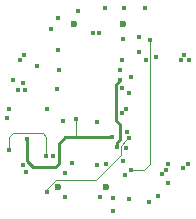
<source format=gbr>
G04 #@! TF.FileFunction,Copper,L2,Inr,Signal*
%FSLAX46Y46*%
G04 Gerber Fmt 4.6, Leading zero omitted, Abs format (unit mm)*
G04 Created by KiCad (PCBNEW 4.0.2+dfsg1-2~bpo8+1-stable) date jue 23 mar 2017 16:55:10 ART*
%MOMM*%
G01*
G04 APERTURE LIST*
%ADD10C,0.100000*%
%ADD11C,0.600000*%
%ADD12C,0.406400*%
%ADD13C,0.088900*%
%ADD14C,0.254000*%
G04 APERTURE END LIST*
D10*
D11*
X86847840Y-58704220D03*
X82747840Y-58704220D03*
X85450000Y-72500000D03*
X81350000Y-72500000D03*
D12*
X78650000Y-71200000D03*
X86950000Y-57300000D03*
X84650000Y-66999998D03*
X86842118Y-70300000D03*
X80450000Y-65900000D03*
X81750000Y-66900000D03*
X81355686Y-60900000D03*
X86850000Y-59900000D03*
X81250004Y-64200000D03*
X81450000Y-62600000D03*
X78513430Y-61300000D03*
X82570055Y-70398287D03*
X86750000Y-64100000D03*
X87150000Y-65900000D03*
X86750000Y-66200000D03*
X85450000Y-70500000D03*
X80950000Y-69807884D03*
X89686560Y-61500000D03*
X83050000Y-57600000D03*
X81950004Y-73300000D03*
X92350000Y-70527126D03*
X92050000Y-61300000D03*
X77050000Y-66600000D03*
X77213430Y-65880144D03*
X84948782Y-73300000D03*
X86350000Y-69100000D03*
X86650000Y-63400000D03*
X80350000Y-69807884D03*
X77250000Y-69300000D03*
X81349996Y-58200000D03*
X88771510Y-61743021D03*
X78150000Y-61700000D03*
X87192102Y-67800000D03*
X87350000Y-64500002D03*
X88750000Y-57300000D03*
X90713430Y-70527116D03*
X90667338Y-72112143D03*
X91950000Y-70900000D03*
X78550000Y-64300000D03*
X77949996Y-64300000D03*
X84649507Y-70624511D03*
X92450000Y-61700000D03*
X86650000Y-62599994D03*
X80750006Y-59100000D03*
X85350000Y-57300004D03*
X87087991Y-69137991D03*
X89132782Y-60007808D03*
X87550000Y-70999994D03*
X88250000Y-59800000D03*
X88239958Y-61000000D03*
X89850000Y-73200000D03*
X91750000Y-61752898D03*
X81982757Y-71306835D03*
X89050000Y-73700000D03*
X84814596Y-59423270D03*
X90150000Y-71400000D03*
X84314595Y-59423270D03*
X90528492Y-71043022D03*
X86750000Y-61700000D03*
X87550000Y-63200000D03*
X79550000Y-62200000D03*
X86050000Y-74536570D03*
X86050000Y-73400000D03*
X82893453Y-66743453D03*
X78750000Y-68400000D03*
X85963722Y-68263430D03*
X87350000Y-73499992D03*
X77549994Y-63400000D03*
X87023121Y-71457791D03*
X78359022Y-63696107D03*
X78430061Y-70604080D03*
X87350000Y-68300000D03*
X80450000Y-72900000D03*
D13*
X80350000Y-69807884D02*
X80350000Y-68200000D01*
X80350000Y-68200000D02*
X80050000Y-67900000D01*
X77550000Y-67900000D02*
X77250000Y-68200000D01*
X80050000Y-67900000D02*
X77550000Y-67900000D01*
X77250000Y-68200000D02*
X77250000Y-69300000D01*
D14*
X86650000Y-68412632D02*
X86350000Y-68712632D01*
X86350000Y-68812632D02*
X86350000Y-69100000D01*
X86230899Y-63819101D02*
X86230899Y-66769057D01*
X86650000Y-63400000D02*
X86230899Y-63819101D01*
X86230899Y-66769057D02*
X86650000Y-67188158D01*
X86650000Y-67188158D02*
X86650000Y-68412632D01*
X86350000Y-68712632D02*
X86350000Y-68812632D01*
D13*
X87550000Y-70999994D02*
X88650006Y-70999994D01*
X88650006Y-70999994D02*
X89132782Y-70517218D01*
X89132782Y-70517218D02*
X89132782Y-60295176D01*
X89132782Y-60295176D02*
X89132782Y-60007808D01*
D14*
X81450000Y-68800000D02*
X81986570Y-68263430D01*
X78750000Y-70303749D02*
X79246251Y-70800000D01*
X81450000Y-70500000D02*
X81450000Y-68800000D01*
X78750000Y-68400000D02*
X78750000Y-70303749D01*
X81150000Y-70800000D02*
X81450000Y-70500000D01*
X81986570Y-68263430D02*
X82850000Y-68263430D01*
X79246251Y-70800000D02*
X81150000Y-70800000D01*
X82850000Y-68263430D02*
X85676354Y-68263430D01*
D13*
X82893453Y-66743453D02*
X82893453Y-68219977D01*
X82893453Y-68219977D02*
X82850000Y-68263430D01*
D14*
X85676354Y-68263430D02*
X85963722Y-68263430D01*
D13*
X87146801Y-68503199D02*
X87350000Y-68300000D01*
X86686551Y-68963449D02*
X87146801Y-68503199D01*
X80450000Y-72900000D02*
X80450000Y-72612632D01*
X80450000Y-72612632D02*
X81165831Y-71896801D01*
X84555103Y-71896801D02*
X86686551Y-69765353D01*
X86686551Y-69765353D02*
X86686551Y-68963449D01*
X81165831Y-71896801D02*
X84555103Y-71896801D01*
M02*

</source>
